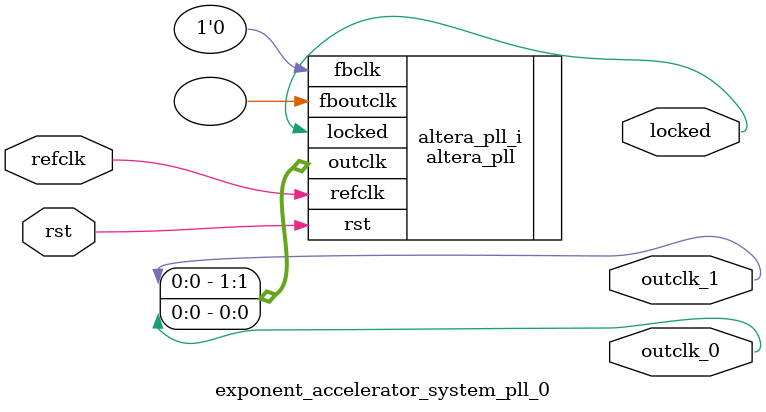
<source format=v>
`timescale 1ns/10ps
module  exponent_accelerator_system_pll_0(

	// interface 'refclk'
	input wire refclk,

	// interface 'reset'
	input wire rst,

	// interface 'outclk0'
	output wire outclk_0,

	// interface 'outclk1'
	output wire outclk_1,

	// interface 'locked'
	output wire locked
);

	altera_pll #(
		.fractional_vco_multiplier("false"),
		.reference_clock_frequency("50.0 MHz"),
		.operation_mode("direct"),
		.number_of_clocks(2),
		.output_clock_frequency0("50.000000 MHz"),
		.phase_shift0("0 ps"),
		.duty_cycle0(50),
		.output_clock_frequency1("50.000000 MHz"),
		.phase_shift1("-3000 ps"),
		.duty_cycle1(50),
		.output_clock_frequency2("0 MHz"),
		.phase_shift2("0 ps"),
		.duty_cycle2(50),
		.output_clock_frequency3("0 MHz"),
		.phase_shift3("0 ps"),
		.duty_cycle3(50),
		.output_clock_frequency4("0 MHz"),
		.phase_shift4("0 ps"),
		.duty_cycle4(50),
		.output_clock_frequency5("0 MHz"),
		.phase_shift5("0 ps"),
		.duty_cycle5(50),
		.output_clock_frequency6("0 MHz"),
		.phase_shift6("0 ps"),
		.duty_cycle6(50),
		.output_clock_frequency7("0 MHz"),
		.phase_shift7("0 ps"),
		.duty_cycle7(50),
		.output_clock_frequency8("0 MHz"),
		.phase_shift8("0 ps"),
		.duty_cycle8(50),
		.output_clock_frequency9("0 MHz"),
		.phase_shift9("0 ps"),
		.duty_cycle9(50),
		.output_clock_frequency10("0 MHz"),
		.phase_shift10("0 ps"),
		.duty_cycle10(50),
		.output_clock_frequency11("0 MHz"),
		.phase_shift11("0 ps"),
		.duty_cycle11(50),
		.output_clock_frequency12("0 MHz"),
		.phase_shift12("0 ps"),
		.duty_cycle12(50),
		.output_clock_frequency13("0 MHz"),
		.phase_shift13("0 ps"),
		.duty_cycle13(50),
		.output_clock_frequency14("0 MHz"),
		.phase_shift14("0 ps"),
		.duty_cycle14(50),
		.output_clock_frequency15("0 MHz"),
		.phase_shift15("0 ps"),
		.duty_cycle15(50),
		.output_clock_frequency16("0 MHz"),
		.phase_shift16("0 ps"),
		.duty_cycle16(50),
		.output_clock_frequency17("0 MHz"),
		.phase_shift17("0 ps"),
		.duty_cycle17(50),
		.pll_type("General"),
		.pll_subtype("General")
	) altera_pll_i (
		.rst	(rst),
		.outclk	({outclk_1, outclk_0}),
		.locked	(locked),
		.fboutclk	( ),
		.fbclk	(1'b0),
		.refclk	(refclk)
	);
endmodule


</source>
